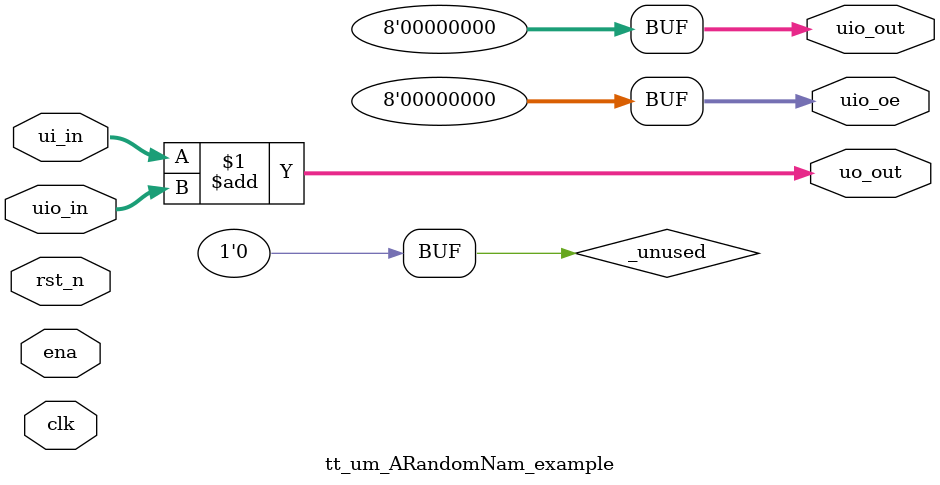
<source format=v>
/*
 * Copyright (c) 2024 Your Name
 * SPDX-License-Identifier: Apache-2.0
 */

`default_nettype none

module tt_um_ARandomNam_example (
    input  wire [7:0] ui_in,    // Dedicated inputs
    output wire [7:0] uo_out,   // Dedicated outputs
    input  wire [7:0] uio_in,   // IOs: Input path
    output wire [7:0] uio_out,  // IOs: Output path
    output wire [7:0] uio_oe,   // IOs: Enable path (active high: 0=input, 1=output)
    input  wire       ena,      // always 1 when the design is powered, so you can ignore it
    input  wire       clk,      // clock
    input  wire       rst_n     // reset_n - low to reset
);

  // All output pins must be assigned. If not used, assign to 0.
  assign uo_out  = ui_in + uio_in;  // Example: ou_out is the sum of ui_in and uio_in
  assign uio_out = 0;
  assign uio_oe  = 0;

  // List all unused inputs to prevent warnings
  wire _unused = &{ena, clk, rst_n, 1'b0};

endmodule

</source>
